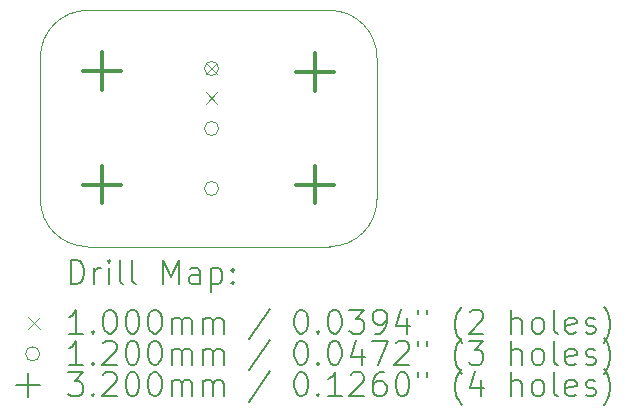
<source format=gbr>
%TF.GenerationSoftware,KiCad,Pcbnew,7.0.7*%
%TF.CreationDate,2024-03-28T13:05:58+05:30*%
%TF.ProjectId,korby,6b6f7262-792e-46b6-9963-61645f706362,rev?*%
%TF.SameCoordinates,Original*%
%TF.FileFunction,Drillmap*%
%TF.FilePolarity,Positive*%
%FSLAX45Y45*%
G04 Gerber Fmt 4.5, Leading zero omitted, Abs format (unit mm)*
G04 Created by KiCad (PCBNEW 7.0.7) date 2024-03-28 13:05:58*
%MOMM*%
%LPD*%
G01*
G04 APERTURE LIST*
%ADD10C,0.100000*%
%ADD11C,0.200000*%
%ADD12C,0.120000*%
%ADD13C,0.320000*%
G04 APERTURE END LIST*
D10*
X13150000Y-6900000D02*
X15200000Y-6900000D01*
X12750000Y-8500000D02*
X12750000Y-7300000D01*
X15600000Y-7300000D02*
X15600000Y-8500000D01*
X15200000Y-8900000D02*
G75*
G03*
X15600000Y-8500000I0J400000D01*
G01*
X15600000Y-7300000D02*
G75*
G03*
X15200000Y-6900000I-400000J0D01*
G01*
X13150000Y-6900000D02*
G75*
G03*
X12750000Y-7300000I0J-400000D01*
G01*
X15200000Y-8900000D02*
X13150000Y-8900000D01*
X12750000Y-8500000D02*
G75*
G03*
X13150000Y-8900000I400000J0D01*
G01*
D11*
D10*
X14149500Y-7342000D02*
X14249500Y-7442000D01*
X14249500Y-7342000D02*
X14149500Y-7442000D01*
X14149500Y-7592000D02*
X14249500Y-7692000D01*
X14249500Y-7592000D02*
X14149500Y-7692000D01*
D12*
X14260000Y-7392000D02*
G75*
G03*
X14260000Y-7392000I-60000J0D01*
G01*
X14260000Y-7900000D02*
G75*
G03*
X14260000Y-7900000I-60000J0D01*
G01*
X14260000Y-8408000D02*
G75*
G03*
X14260000Y-8408000I-60000J0D01*
G01*
D13*
X13275000Y-7256800D02*
X13275000Y-7576800D01*
X13115000Y-7416800D02*
X13435000Y-7416800D01*
X13275000Y-8215000D02*
X13275000Y-8535000D01*
X13115000Y-8375000D02*
X13435000Y-8375000D01*
X15075000Y-7265000D02*
X15075000Y-7585000D01*
X14915000Y-7425000D02*
X15235000Y-7425000D01*
X15075000Y-8215000D02*
X15075000Y-8535000D01*
X14915000Y-8375000D02*
X15235000Y-8375000D01*
D11*
X13005777Y-9216484D02*
X13005777Y-9016484D01*
X13005777Y-9016484D02*
X13053396Y-9016484D01*
X13053396Y-9016484D02*
X13081967Y-9026008D01*
X13081967Y-9026008D02*
X13101015Y-9045055D01*
X13101015Y-9045055D02*
X13110539Y-9064103D01*
X13110539Y-9064103D02*
X13120062Y-9102198D01*
X13120062Y-9102198D02*
X13120062Y-9130770D01*
X13120062Y-9130770D02*
X13110539Y-9168865D01*
X13110539Y-9168865D02*
X13101015Y-9187912D01*
X13101015Y-9187912D02*
X13081967Y-9206960D01*
X13081967Y-9206960D02*
X13053396Y-9216484D01*
X13053396Y-9216484D02*
X13005777Y-9216484D01*
X13205777Y-9216484D02*
X13205777Y-9083150D01*
X13205777Y-9121246D02*
X13215301Y-9102198D01*
X13215301Y-9102198D02*
X13224824Y-9092674D01*
X13224824Y-9092674D02*
X13243872Y-9083150D01*
X13243872Y-9083150D02*
X13262920Y-9083150D01*
X13329586Y-9216484D02*
X13329586Y-9083150D01*
X13329586Y-9016484D02*
X13320062Y-9026008D01*
X13320062Y-9026008D02*
X13329586Y-9035531D01*
X13329586Y-9035531D02*
X13339110Y-9026008D01*
X13339110Y-9026008D02*
X13329586Y-9016484D01*
X13329586Y-9016484D02*
X13329586Y-9035531D01*
X13453396Y-9216484D02*
X13434348Y-9206960D01*
X13434348Y-9206960D02*
X13424824Y-9187912D01*
X13424824Y-9187912D02*
X13424824Y-9016484D01*
X13558158Y-9216484D02*
X13539110Y-9206960D01*
X13539110Y-9206960D02*
X13529586Y-9187912D01*
X13529586Y-9187912D02*
X13529586Y-9016484D01*
X13786729Y-9216484D02*
X13786729Y-9016484D01*
X13786729Y-9016484D02*
X13853396Y-9159341D01*
X13853396Y-9159341D02*
X13920062Y-9016484D01*
X13920062Y-9016484D02*
X13920062Y-9216484D01*
X14101015Y-9216484D02*
X14101015Y-9111722D01*
X14101015Y-9111722D02*
X14091491Y-9092674D01*
X14091491Y-9092674D02*
X14072443Y-9083150D01*
X14072443Y-9083150D02*
X14034348Y-9083150D01*
X14034348Y-9083150D02*
X14015301Y-9092674D01*
X14101015Y-9206960D02*
X14081967Y-9216484D01*
X14081967Y-9216484D02*
X14034348Y-9216484D01*
X14034348Y-9216484D02*
X14015301Y-9206960D01*
X14015301Y-9206960D02*
X14005777Y-9187912D01*
X14005777Y-9187912D02*
X14005777Y-9168865D01*
X14005777Y-9168865D02*
X14015301Y-9149817D01*
X14015301Y-9149817D02*
X14034348Y-9140293D01*
X14034348Y-9140293D02*
X14081967Y-9140293D01*
X14081967Y-9140293D02*
X14101015Y-9130770D01*
X14196253Y-9083150D02*
X14196253Y-9283150D01*
X14196253Y-9092674D02*
X14215301Y-9083150D01*
X14215301Y-9083150D02*
X14253396Y-9083150D01*
X14253396Y-9083150D02*
X14272443Y-9092674D01*
X14272443Y-9092674D02*
X14281967Y-9102198D01*
X14281967Y-9102198D02*
X14291491Y-9121246D01*
X14291491Y-9121246D02*
X14291491Y-9178389D01*
X14291491Y-9178389D02*
X14281967Y-9197436D01*
X14281967Y-9197436D02*
X14272443Y-9206960D01*
X14272443Y-9206960D02*
X14253396Y-9216484D01*
X14253396Y-9216484D02*
X14215301Y-9216484D01*
X14215301Y-9216484D02*
X14196253Y-9206960D01*
X14377205Y-9197436D02*
X14386729Y-9206960D01*
X14386729Y-9206960D02*
X14377205Y-9216484D01*
X14377205Y-9216484D02*
X14367682Y-9206960D01*
X14367682Y-9206960D02*
X14377205Y-9197436D01*
X14377205Y-9197436D02*
X14377205Y-9216484D01*
X14377205Y-9092674D02*
X14386729Y-9102198D01*
X14386729Y-9102198D02*
X14377205Y-9111722D01*
X14377205Y-9111722D02*
X14367682Y-9102198D01*
X14367682Y-9102198D02*
X14377205Y-9092674D01*
X14377205Y-9092674D02*
X14377205Y-9111722D01*
D10*
X12645000Y-9495000D02*
X12745000Y-9595000D01*
X12745000Y-9495000D02*
X12645000Y-9595000D01*
D11*
X13110539Y-9636484D02*
X12996253Y-9636484D01*
X13053396Y-9636484D02*
X13053396Y-9436484D01*
X13053396Y-9436484D02*
X13034348Y-9465055D01*
X13034348Y-9465055D02*
X13015301Y-9484103D01*
X13015301Y-9484103D02*
X12996253Y-9493627D01*
X13196253Y-9617436D02*
X13205777Y-9626960D01*
X13205777Y-9626960D02*
X13196253Y-9636484D01*
X13196253Y-9636484D02*
X13186729Y-9626960D01*
X13186729Y-9626960D02*
X13196253Y-9617436D01*
X13196253Y-9617436D02*
X13196253Y-9636484D01*
X13329586Y-9436484D02*
X13348634Y-9436484D01*
X13348634Y-9436484D02*
X13367682Y-9446008D01*
X13367682Y-9446008D02*
X13377205Y-9455531D01*
X13377205Y-9455531D02*
X13386729Y-9474579D01*
X13386729Y-9474579D02*
X13396253Y-9512674D01*
X13396253Y-9512674D02*
X13396253Y-9560293D01*
X13396253Y-9560293D02*
X13386729Y-9598389D01*
X13386729Y-9598389D02*
X13377205Y-9617436D01*
X13377205Y-9617436D02*
X13367682Y-9626960D01*
X13367682Y-9626960D02*
X13348634Y-9636484D01*
X13348634Y-9636484D02*
X13329586Y-9636484D01*
X13329586Y-9636484D02*
X13310539Y-9626960D01*
X13310539Y-9626960D02*
X13301015Y-9617436D01*
X13301015Y-9617436D02*
X13291491Y-9598389D01*
X13291491Y-9598389D02*
X13281967Y-9560293D01*
X13281967Y-9560293D02*
X13281967Y-9512674D01*
X13281967Y-9512674D02*
X13291491Y-9474579D01*
X13291491Y-9474579D02*
X13301015Y-9455531D01*
X13301015Y-9455531D02*
X13310539Y-9446008D01*
X13310539Y-9446008D02*
X13329586Y-9436484D01*
X13520062Y-9436484D02*
X13539110Y-9436484D01*
X13539110Y-9436484D02*
X13558158Y-9446008D01*
X13558158Y-9446008D02*
X13567682Y-9455531D01*
X13567682Y-9455531D02*
X13577205Y-9474579D01*
X13577205Y-9474579D02*
X13586729Y-9512674D01*
X13586729Y-9512674D02*
X13586729Y-9560293D01*
X13586729Y-9560293D02*
X13577205Y-9598389D01*
X13577205Y-9598389D02*
X13567682Y-9617436D01*
X13567682Y-9617436D02*
X13558158Y-9626960D01*
X13558158Y-9626960D02*
X13539110Y-9636484D01*
X13539110Y-9636484D02*
X13520062Y-9636484D01*
X13520062Y-9636484D02*
X13501015Y-9626960D01*
X13501015Y-9626960D02*
X13491491Y-9617436D01*
X13491491Y-9617436D02*
X13481967Y-9598389D01*
X13481967Y-9598389D02*
X13472443Y-9560293D01*
X13472443Y-9560293D02*
X13472443Y-9512674D01*
X13472443Y-9512674D02*
X13481967Y-9474579D01*
X13481967Y-9474579D02*
X13491491Y-9455531D01*
X13491491Y-9455531D02*
X13501015Y-9446008D01*
X13501015Y-9446008D02*
X13520062Y-9436484D01*
X13710539Y-9436484D02*
X13729586Y-9436484D01*
X13729586Y-9436484D02*
X13748634Y-9446008D01*
X13748634Y-9446008D02*
X13758158Y-9455531D01*
X13758158Y-9455531D02*
X13767682Y-9474579D01*
X13767682Y-9474579D02*
X13777205Y-9512674D01*
X13777205Y-9512674D02*
X13777205Y-9560293D01*
X13777205Y-9560293D02*
X13767682Y-9598389D01*
X13767682Y-9598389D02*
X13758158Y-9617436D01*
X13758158Y-9617436D02*
X13748634Y-9626960D01*
X13748634Y-9626960D02*
X13729586Y-9636484D01*
X13729586Y-9636484D02*
X13710539Y-9636484D01*
X13710539Y-9636484D02*
X13691491Y-9626960D01*
X13691491Y-9626960D02*
X13681967Y-9617436D01*
X13681967Y-9617436D02*
X13672443Y-9598389D01*
X13672443Y-9598389D02*
X13662920Y-9560293D01*
X13662920Y-9560293D02*
X13662920Y-9512674D01*
X13662920Y-9512674D02*
X13672443Y-9474579D01*
X13672443Y-9474579D02*
X13681967Y-9455531D01*
X13681967Y-9455531D02*
X13691491Y-9446008D01*
X13691491Y-9446008D02*
X13710539Y-9436484D01*
X13862920Y-9636484D02*
X13862920Y-9503150D01*
X13862920Y-9522198D02*
X13872443Y-9512674D01*
X13872443Y-9512674D02*
X13891491Y-9503150D01*
X13891491Y-9503150D02*
X13920063Y-9503150D01*
X13920063Y-9503150D02*
X13939110Y-9512674D01*
X13939110Y-9512674D02*
X13948634Y-9531722D01*
X13948634Y-9531722D02*
X13948634Y-9636484D01*
X13948634Y-9531722D02*
X13958158Y-9512674D01*
X13958158Y-9512674D02*
X13977205Y-9503150D01*
X13977205Y-9503150D02*
X14005777Y-9503150D01*
X14005777Y-9503150D02*
X14024824Y-9512674D01*
X14024824Y-9512674D02*
X14034348Y-9531722D01*
X14034348Y-9531722D02*
X14034348Y-9636484D01*
X14129586Y-9636484D02*
X14129586Y-9503150D01*
X14129586Y-9522198D02*
X14139110Y-9512674D01*
X14139110Y-9512674D02*
X14158158Y-9503150D01*
X14158158Y-9503150D02*
X14186729Y-9503150D01*
X14186729Y-9503150D02*
X14205777Y-9512674D01*
X14205777Y-9512674D02*
X14215301Y-9531722D01*
X14215301Y-9531722D02*
X14215301Y-9636484D01*
X14215301Y-9531722D02*
X14224824Y-9512674D01*
X14224824Y-9512674D02*
X14243872Y-9503150D01*
X14243872Y-9503150D02*
X14272443Y-9503150D01*
X14272443Y-9503150D02*
X14291491Y-9512674D01*
X14291491Y-9512674D02*
X14301015Y-9531722D01*
X14301015Y-9531722D02*
X14301015Y-9636484D01*
X14691491Y-9426960D02*
X14520063Y-9684103D01*
X14948634Y-9436484D02*
X14967682Y-9436484D01*
X14967682Y-9436484D02*
X14986729Y-9446008D01*
X14986729Y-9446008D02*
X14996253Y-9455531D01*
X14996253Y-9455531D02*
X15005777Y-9474579D01*
X15005777Y-9474579D02*
X15015301Y-9512674D01*
X15015301Y-9512674D02*
X15015301Y-9560293D01*
X15015301Y-9560293D02*
X15005777Y-9598389D01*
X15005777Y-9598389D02*
X14996253Y-9617436D01*
X14996253Y-9617436D02*
X14986729Y-9626960D01*
X14986729Y-9626960D02*
X14967682Y-9636484D01*
X14967682Y-9636484D02*
X14948634Y-9636484D01*
X14948634Y-9636484D02*
X14929586Y-9626960D01*
X14929586Y-9626960D02*
X14920063Y-9617436D01*
X14920063Y-9617436D02*
X14910539Y-9598389D01*
X14910539Y-9598389D02*
X14901015Y-9560293D01*
X14901015Y-9560293D02*
X14901015Y-9512674D01*
X14901015Y-9512674D02*
X14910539Y-9474579D01*
X14910539Y-9474579D02*
X14920063Y-9455531D01*
X14920063Y-9455531D02*
X14929586Y-9446008D01*
X14929586Y-9446008D02*
X14948634Y-9436484D01*
X15101015Y-9617436D02*
X15110539Y-9626960D01*
X15110539Y-9626960D02*
X15101015Y-9636484D01*
X15101015Y-9636484D02*
X15091491Y-9626960D01*
X15091491Y-9626960D02*
X15101015Y-9617436D01*
X15101015Y-9617436D02*
X15101015Y-9636484D01*
X15234348Y-9436484D02*
X15253396Y-9436484D01*
X15253396Y-9436484D02*
X15272444Y-9446008D01*
X15272444Y-9446008D02*
X15281967Y-9455531D01*
X15281967Y-9455531D02*
X15291491Y-9474579D01*
X15291491Y-9474579D02*
X15301015Y-9512674D01*
X15301015Y-9512674D02*
X15301015Y-9560293D01*
X15301015Y-9560293D02*
X15291491Y-9598389D01*
X15291491Y-9598389D02*
X15281967Y-9617436D01*
X15281967Y-9617436D02*
X15272444Y-9626960D01*
X15272444Y-9626960D02*
X15253396Y-9636484D01*
X15253396Y-9636484D02*
X15234348Y-9636484D01*
X15234348Y-9636484D02*
X15215301Y-9626960D01*
X15215301Y-9626960D02*
X15205777Y-9617436D01*
X15205777Y-9617436D02*
X15196253Y-9598389D01*
X15196253Y-9598389D02*
X15186729Y-9560293D01*
X15186729Y-9560293D02*
X15186729Y-9512674D01*
X15186729Y-9512674D02*
X15196253Y-9474579D01*
X15196253Y-9474579D02*
X15205777Y-9455531D01*
X15205777Y-9455531D02*
X15215301Y-9446008D01*
X15215301Y-9446008D02*
X15234348Y-9436484D01*
X15367682Y-9436484D02*
X15491491Y-9436484D01*
X15491491Y-9436484D02*
X15424825Y-9512674D01*
X15424825Y-9512674D02*
X15453396Y-9512674D01*
X15453396Y-9512674D02*
X15472444Y-9522198D01*
X15472444Y-9522198D02*
X15481967Y-9531722D01*
X15481967Y-9531722D02*
X15491491Y-9550770D01*
X15491491Y-9550770D02*
X15491491Y-9598389D01*
X15491491Y-9598389D02*
X15481967Y-9617436D01*
X15481967Y-9617436D02*
X15472444Y-9626960D01*
X15472444Y-9626960D02*
X15453396Y-9636484D01*
X15453396Y-9636484D02*
X15396253Y-9636484D01*
X15396253Y-9636484D02*
X15377206Y-9626960D01*
X15377206Y-9626960D02*
X15367682Y-9617436D01*
X15586729Y-9636484D02*
X15624825Y-9636484D01*
X15624825Y-9636484D02*
X15643872Y-9626960D01*
X15643872Y-9626960D02*
X15653396Y-9617436D01*
X15653396Y-9617436D02*
X15672444Y-9588865D01*
X15672444Y-9588865D02*
X15681967Y-9550770D01*
X15681967Y-9550770D02*
X15681967Y-9474579D01*
X15681967Y-9474579D02*
X15672444Y-9455531D01*
X15672444Y-9455531D02*
X15662920Y-9446008D01*
X15662920Y-9446008D02*
X15643872Y-9436484D01*
X15643872Y-9436484D02*
X15605777Y-9436484D01*
X15605777Y-9436484D02*
X15586729Y-9446008D01*
X15586729Y-9446008D02*
X15577206Y-9455531D01*
X15577206Y-9455531D02*
X15567682Y-9474579D01*
X15567682Y-9474579D02*
X15567682Y-9522198D01*
X15567682Y-9522198D02*
X15577206Y-9541246D01*
X15577206Y-9541246D02*
X15586729Y-9550770D01*
X15586729Y-9550770D02*
X15605777Y-9560293D01*
X15605777Y-9560293D02*
X15643872Y-9560293D01*
X15643872Y-9560293D02*
X15662920Y-9550770D01*
X15662920Y-9550770D02*
X15672444Y-9541246D01*
X15672444Y-9541246D02*
X15681967Y-9522198D01*
X15853396Y-9503150D02*
X15853396Y-9636484D01*
X15805777Y-9426960D02*
X15758158Y-9569817D01*
X15758158Y-9569817D02*
X15881967Y-9569817D01*
X15948634Y-9436484D02*
X15948634Y-9474579D01*
X16024825Y-9436484D02*
X16024825Y-9474579D01*
X16320063Y-9712674D02*
X16310539Y-9703150D01*
X16310539Y-9703150D02*
X16291491Y-9674579D01*
X16291491Y-9674579D02*
X16281968Y-9655531D01*
X16281968Y-9655531D02*
X16272444Y-9626960D01*
X16272444Y-9626960D02*
X16262920Y-9579341D01*
X16262920Y-9579341D02*
X16262920Y-9541246D01*
X16262920Y-9541246D02*
X16272444Y-9493627D01*
X16272444Y-9493627D02*
X16281968Y-9465055D01*
X16281968Y-9465055D02*
X16291491Y-9446008D01*
X16291491Y-9446008D02*
X16310539Y-9417436D01*
X16310539Y-9417436D02*
X16320063Y-9407912D01*
X16386729Y-9455531D02*
X16396253Y-9446008D01*
X16396253Y-9446008D02*
X16415301Y-9436484D01*
X16415301Y-9436484D02*
X16462920Y-9436484D01*
X16462920Y-9436484D02*
X16481968Y-9446008D01*
X16481968Y-9446008D02*
X16491491Y-9455531D01*
X16491491Y-9455531D02*
X16501015Y-9474579D01*
X16501015Y-9474579D02*
X16501015Y-9493627D01*
X16501015Y-9493627D02*
X16491491Y-9522198D01*
X16491491Y-9522198D02*
X16377206Y-9636484D01*
X16377206Y-9636484D02*
X16501015Y-9636484D01*
X16739110Y-9636484D02*
X16739110Y-9436484D01*
X16824825Y-9636484D02*
X16824825Y-9531722D01*
X16824825Y-9531722D02*
X16815301Y-9512674D01*
X16815301Y-9512674D02*
X16796253Y-9503150D01*
X16796253Y-9503150D02*
X16767682Y-9503150D01*
X16767682Y-9503150D02*
X16748634Y-9512674D01*
X16748634Y-9512674D02*
X16739110Y-9522198D01*
X16948634Y-9636484D02*
X16929587Y-9626960D01*
X16929587Y-9626960D02*
X16920063Y-9617436D01*
X16920063Y-9617436D02*
X16910539Y-9598389D01*
X16910539Y-9598389D02*
X16910539Y-9541246D01*
X16910539Y-9541246D02*
X16920063Y-9522198D01*
X16920063Y-9522198D02*
X16929587Y-9512674D01*
X16929587Y-9512674D02*
X16948634Y-9503150D01*
X16948634Y-9503150D02*
X16977206Y-9503150D01*
X16977206Y-9503150D02*
X16996253Y-9512674D01*
X16996253Y-9512674D02*
X17005777Y-9522198D01*
X17005777Y-9522198D02*
X17015301Y-9541246D01*
X17015301Y-9541246D02*
X17015301Y-9598389D01*
X17015301Y-9598389D02*
X17005777Y-9617436D01*
X17005777Y-9617436D02*
X16996253Y-9626960D01*
X16996253Y-9626960D02*
X16977206Y-9636484D01*
X16977206Y-9636484D02*
X16948634Y-9636484D01*
X17129587Y-9636484D02*
X17110539Y-9626960D01*
X17110539Y-9626960D02*
X17101015Y-9607912D01*
X17101015Y-9607912D02*
X17101015Y-9436484D01*
X17281968Y-9626960D02*
X17262920Y-9636484D01*
X17262920Y-9636484D02*
X17224825Y-9636484D01*
X17224825Y-9636484D02*
X17205777Y-9626960D01*
X17205777Y-9626960D02*
X17196253Y-9607912D01*
X17196253Y-9607912D02*
X17196253Y-9531722D01*
X17196253Y-9531722D02*
X17205777Y-9512674D01*
X17205777Y-9512674D02*
X17224825Y-9503150D01*
X17224825Y-9503150D02*
X17262920Y-9503150D01*
X17262920Y-9503150D02*
X17281968Y-9512674D01*
X17281968Y-9512674D02*
X17291492Y-9531722D01*
X17291492Y-9531722D02*
X17291492Y-9550770D01*
X17291492Y-9550770D02*
X17196253Y-9569817D01*
X17367682Y-9626960D02*
X17386730Y-9636484D01*
X17386730Y-9636484D02*
X17424825Y-9636484D01*
X17424825Y-9636484D02*
X17443873Y-9626960D01*
X17443873Y-9626960D02*
X17453396Y-9607912D01*
X17453396Y-9607912D02*
X17453396Y-9598389D01*
X17453396Y-9598389D02*
X17443873Y-9579341D01*
X17443873Y-9579341D02*
X17424825Y-9569817D01*
X17424825Y-9569817D02*
X17396253Y-9569817D01*
X17396253Y-9569817D02*
X17377206Y-9560293D01*
X17377206Y-9560293D02*
X17367682Y-9541246D01*
X17367682Y-9541246D02*
X17367682Y-9531722D01*
X17367682Y-9531722D02*
X17377206Y-9512674D01*
X17377206Y-9512674D02*
X17396253Y-9503150D01*
X17396253Y-9503150D02*
X17424825Y-9503150D01*
X17424825Y-9503150D02*
X17443873Y-9512674D01*
X17520063Y-9712674D02*
X17529587Y-9703150D01*
X17529587Y-9703150D02*
X17548634Y-9674579D01*
X17548634Y-9674579D02*
X17558158Y-9655531D01*
X17558158Y-9655531D02*
X17567682Y-9626960D01*
X17567682Y-9626960D02*
X17577206Y-9579341D01*
X17577206Y-9579341D02*
X17577206Y-9541246D01*
X17577206Y-9541246D02*
X17567682Y-9493627D01*
X17567682Y-9493627D02*
X17558158Y-9465055D01*
X17558158Y-9465055D02*
X17548634Y-9446008D01*
X17548634Y-9446008D02*
X17529587Y-9417436D01*
X17529587Y-9417436D02*
X17520063Y-9407912D01*
D12*
X12745000Y-9809000D02*
G75*
G03*
X12745000Y-9809000I-60000J0D01*
G01*
D11*
X13110539Y-9900484D02*
X12996253Y-9900484D01*
X13053396Y-9900484D02*
X13053396Y-9700484D01*
X13053396Y-9700484D02*
X13034348Y-9729055D01*
X13034348Y-9729055D02*
X13015301Y-9748103D01*
X13015301Y-9748103D02*
X12996253Y-9757627D01*
X13196253Y-9881436D02*
X13205777Y-9890960D01*
X13205777Y-9890960D02*
X13196253Y-9900484D01*
X13196253Y-9900484D02*
X13186729Y-9890960D01*
X13186729Y-9890960D02*
X13196253Y-9881436D01*
X13196253Y-9881436D02*
X13196253Y-9900484D01*
X13281967Y-9719531D02*
X13291491Y-9710008D01*
X13291491Y-9710008D02*
X13310539Y-9700484D01*
X13310539Y-9700484D02*
X13358158Y-9700484D01*
X13358158Y-9700484D02*
X13377205Y-9710008D01*
X13377205Y-9710008D02*
X13386729Y-9719531D01*
X13386729Y-9719531D02*
X13396253Y-9738579D01*
X13396253Y-9738579D02*
X13396253Y-9757627D01*
X13396253Y-9757627D02*
X13386729Y-9786198D01*
X13386729Y-9786198D02*
X13272443Y-9900484D01*
X13272443Y-9900484D02*
X13396253Y-9900484D01*
X13520062Y-9700484D02*
X13539110Y-9700484D01*
X13539110Y-9700484D02*
X13558158Y-9710008D01*
X13558158Y-9710008D02*
X13567682Y-9719531D01*
X13567682Y-9719531D02*
X13577205Y-9738579D01*
X13577205Y-9738579D02*
X13586729Y-9776674D01*
X13586729Y-9776674D02*
X13586729Y-9824293D01*
X13586729Y-9824293D02*
X13577205Y-9862389D01*
X13577205Y-9862389D02*
X13567682Y-9881436D01*
X13567682Y-9881436D02*
X13558158Y-9890960D01*
X13558158Y-9890960D02*
X13539110Y-9900484D01*
X13539110Y-9900484D02*
X13520062Y-9900484D01*
X13520062Y-9900484D02*
X13501015Y-9890960D01*
X13501015Y-9890960D02*
X13491491Y-9881436D01*
X13491491Y-9881436D02*
X13481967Y-9862389D01*
X13481967Y-9862389D02*
X13472443Y-9824293D01*
X13472443Y-9824293D02*
X13472443Y-9776674D01*
X13472443Y-9776674D02*
X13481967Y-9738579D01*
X13481967Y-9738579D02*
X13491491Y-9719531D01*
X13491491Y-9719531D02*
X13501015Y-9710008D01*
X13501015Y-9710008D02*
X13520062Y-9700484D01*
X13710539Y-9700484D02*
X13729586Y-9700484D01*
X13729586Y-9700484D02*
X13748634Y-9710008D01*
X13748634Y-9710008D02*
X13758158Y-9719531D01*
X13758158Y-9719531D02*
X13767682Y-9738579D01*
X13767682Y-9738579D02*
X13777205Y-9776674D01*
X13777205Y-9776674D02*
X13777205Y-9824293D01*
X13777205Y-9824293D02*
X13767682Y-9862389D01*
X13767682Y-9862389D02*
X13758158Y-9881436D01*
X13758158Y-9881436D02*
X13748634Y-9890960D01*
X13748634Y-9890960D02*
X13729586Y-9900484D01*
X13729586Y-9900484D02*
X13710539Y-9900484D01*
X13710539Y-9900484D02*
X13691491Y-9890960D01*
X13691491Y-9890960D02*
X13681967Y-9881436D01*
X13681967Y-9881436D02*
X13672443Y-9862389D01*
X13672443Y-9862389D02*
X13662920Y-9824293D01*
X13662920Y-9824293D02*
X13662920Y-9776674D01*
X13662920Y-9776674D02*
X13672443Y-9738579D01*
X13672443Y-9738579D02*
X13681967Y-9719531D01*
X13681967Y-9719531D02*
X13691491Y-9710008D01*
X13691491Y-9710008D02*
X13710539Y-9700484D01*
X13862920Y-9900484D02*
X13862920Y-9767150D01*
X13862920Y-9786198D02*
X13872443Y-9776674D01*
X13872443Y-9776674D02*
X13891491Y-9767150D01*
X13891491Y-9767150D02*
X13920063Y-9767150D01*
X13920063Y-9767150D02*
X13939110Y-9776674D01*
X13939110Y-9776674D02*
X13948634Y-9795722D01*
X13948634Y-9795722D02*
X13948634Y-9900484D01*
X13948634Y-9795722D02*
X13958158Y-9776674D01*
X13958158Y-9776674D02*
X13977205Y-9767150D01*
X13977205Y-9767150D02*
X14005777Y-9767150D01*
X14005777Y-9767150D02*
X14024824Y-9776674D01*
X14024824Y-9776674D02*
X14034348Y-9795722D01*
X14034348Y-9795722D02*
X14034348Y-9900484D01*
X14129586Y-9900484D02*
X14129586Y-9767150D01*
X14129586Y-9786198D02*
X14139110Y-9776674D01*
X14139110Y-9776674D02*
X14158158Y-9767150D01*
X14158158Y-9767150D02*
X14186729Y-9767150D01*
X14186729Y-9767150D02*
X14205777Y-9776674D01*
X14205777Y-9776674D02*
X14215301Y-9795722D01*
X14215301Y-9795722D02*
X14215301Y-9900484D01*
X14215301Y-9795722D02*
X14224824Y-9776674D01*
X14224824Y-9776674D02*
X14243872Y-9767150D01*
X14243872Y-9767150D02*
X14272443Y-9767150D01*
X14272443Y-9767150D02*
X14291491Y-9776674D01*
X14291491Y-9776674D02*
X14301015Y-9795722D01*
X14301015Y-9795722D02*
X14301015Y-9900484D01*
X14691491Y-9690960D02*
X14520063Y-9948103D01*
X14948634Y-9700484D02*
X14967682Y-9700484D01*
X14967682Y-9700484D02*
X14986729Y-9710008D01*
X14986729Y-9710008D02*
X14996253Y-9719531D01*
X14996253Y-9719531D02*
X15005777Y-9738579D01*
X15005777Y-9738579D02*
X15015301Y-9776674D01*
X15015301Y-9776674D02*
X15015301Y-9824293D01*
X15015301Y-9824293D02*
X15005777Y-9862389D01*
X15005777Y-9862389D02*
X14996253Y-9881436D01*
X14996253Y-9881436D02*
X14986729Y-9890960D01*
X14986729Y-9890960D02*
X14967682Y-9900484D01*
X14967682Y-9900484D02*
X14948634Y-9900484D01*
X14948634Y-9900484D02*
X14929586Y-9890960D01*
X14929586Y-9890960D02*
X14920063Y-9881436D01*
X14920063Y-9881436D02*
X14910539Y-9862389D01*
X14910539Y-9862389D02*
X14901015Y-9824293D01*
X14901015Y-9824293D02*
X14901015Y-9776674D01*
X14901015Y-9776674D02*
X14910539Y-9738579D01*
X14910539Y-9738579D02*
X14920063Y-9719531D01*
X14920063Y-9719531D02*
X14929586Y-9710008D01*
X14929586Y-9710008D02*
X14948634Y-9700484D01*
X15101015Y-9881436D02*
X15110539Y-9890960D01*
X15110539Y-9890960D02*
X15101015Y-9900484D01*
X15101015Y-9900484D02*
X15091491Y-9890960D01*
X15091491Y-9890960D02*
X15101015Y-9881436D01*
X15101015Y-9881436D02*
X15101015Y-9900484D01*
X15234348Y-9700484D02*
X15253396Y-9700484D01*
X15253396Y-9700484D02*
X15272444Y-9710008D01*
X15272444Y-9710008D02*
X15281967Y-9719531D01*
X15281967Y-9719531D02*
X15291491Y-9738579D01*
X15291491Y-9738579D02*
X15301015Y-9776674D01*
X15301015Y-9776674D02*
X15301015Y-9824293D01*
X15301015Y-9824293D02*
X15291491Y-9862389D01*
X15291491Y-9862389D02*
X15281967Y-9881436D01*
X15281967Y-9881436D02*
X15272444Y-9890960D01*
X15272444Y-9890960D02*
X15253396Y-9900484D01*
X15253396Y-9900484D02*
X15234348Y-9900484D01*
X15234348Y-9900484D02*
X15215301Y-9890960D01*
X15215301Y-9890960D02*
X15205777Y-9881436D01*
X15205777Y-9881436D02*
X15196253Y-9862389D01*
X15196253Y-9862389D02*
X15186729Y-9824293D01*
X15186729Y-9824293D02*
X15186729Y-9776674D01*
X15186729Y-9776674D02*
X15196253Y-9738579D01*
X15196253Y-9738579D02*
X15205777Y-9719531D01*
X15205777Y-9719531D02*
X15215301Y-9710008D01*
X15215301Y-9710008D02*
X15234348Y-9700484D01*
X15472444Y-9767150D02*
X15472444Y-9900484D01*
X15424825Y-9690960D02*
X15377206Y-9833817D01*
X15377206Y-9833817D02*
X15501015Y-9833817D01*
X15558158Y-9700484D02*
X15691491Y-9700484D01*
X15691491Y-9700484D02*
X15605777Y-9900484D01*
X15758158Y-9719531D02*
X15767682Y-9710008D01*
X15767682Y-9710008D02*
X15786729Y-9700484D01*
X15786729Y-9700484D02*
X15834348Y-9700484D01*
X15834348Y-9700484D02*
X15853396Y-9710008D01*
X15853396Y-9710008D02*
X15862920Y-9719531D01*
X15862920Y-9719531D02*
X15872444Y-9738579D01*
X15872444Y-9738579D02*
X15872444Y-9757627D01*
X15872444Y-9757627D02*
X15862920Y-9786198D01*
X15862920Y-9786198D02*
X15748634Y-9900484D01*
X15748634Y-9900484D02*
X15872444Y-9900484D01*
X15948634Y-9700484D02*
X15948634Y-9738579D01*
X16024825Y-9700484D02*
X16024825Y-9738579D01*
X16320063Y-9976674D02*
X16310539Y-9967150D01*
X16310539Y-9967150D02*
X16291491Y-9938579D01*
X16291491Y-9938579D02*
X16281968Y-9919531D01*
X16281968Y-9919531D02*
X16272444Y-9890960D01*
X16272444Y-9890960D02*
X16262920Y-9843341D01*
X16262920Y-9843341D02*
X16262920Y-9805246D01*
X16262920Y-9805246D02*
X16272444Y-9757627D01*
X16272444Y-9757627D02*
X16281968Y-9729055D01*
X16281968Y-9729055D02*
X16291491Y-9710008D01*
X16291491Y-9710008D02*
X16310539Y-9681436D01*
X16310539Y-9681436D02*
X16320063Y-9671912D01*
X16377206Y-9700484D02*
X16501015Y-9700484D01*
X16501015Y-9700484D02*
X16434348Y-9776674D01*
X16434348Y-9776674D02*
X16462920Y-9776674D01*
X16462920Y-9776674D02*
X16481968Y-9786198D01*
X16481968Y-9786198D02*
X16491491Y-9795722D01*
X16491491Y-9795722D02*
X16501015Y-9814770D01*
X16501015Y-9814770D02*
X16501015Y-9862389D01*
X16501015Y-9862389D02*
X16491491Y-9881436D01*
X16491491Y-9881436D02*
X16481968Y-9890960D01*
X16481968Y-9890960D02*
X16462920Y-9900484D01*
X16462920Y-9900484D02*
X16405777Y-9900484D01*
X16405777Y-9900484D02*
X16386729Y-9890960D01*
X16386729Y-9890960D02*
X16377206Y-9881436D01*
X16739110Y-9900484D02*
X16739110Y-9700484D01*
X16824825Y-9900484D02*
X16824825Y-9795722D01*
X16824825Y-9795722D02*
X16815301Y-9776674D01*
X16815301Y-9776674D02*
X16796253Y-9767150D01*
X16796253Y-9767150D02*
X16767682Y-9767150D01*
X16767682Y-9767150D02*
X16748634Y-9776674D01*
X16748634Y-9776674D02*
X16739110Y-9786198D01*
X16948634Y-9900484D02*
X16929587Y-9890960D01*
X16929587Y-9890960D02*
X16920063Y-9881436D01*
X16920063Y-9881436D02*
X16910539Y-9862389D01*
X16910539Y-9862389D02*
X16910539Y-9805246D01*
X16910539Y-9805246D02*
X16920063Y-9786198D01*
X16920063Y-9786198D02*
X16929587Y-9776674D01*
X16929587Y-9776674D02*
X16948634Y-9767150D01*
X16948634Y-9767150D02*
X16977206Y-9767150D01*
X16977206Y-9767150D02*
X16996253Y-9776674D01*
X16996253Y-9776674D02*
X17005777Y-9786198D01*
X17005777Y-9786198D02*
X17015301Y-9805246D01*
X17015301Y-9805246D02*
X17015301Y-9862389D01*
X17015301Y-9862389D02*
X17005777Y-9881436D01*
X17005777Y-9881436D02*
X16996253Y-9890960D01*
X16996253Y-9890960D02*
X16977206Y-9900484D01*
X16977206Y-9900484D02*
X16948634Y-9900484D01*
X17129587Y-9900484D02*
X17110539Y-9890960D01*
X17110539Y-9890960D02*
X17101015Y-9871912D01*
X17101015Y-9871912D02*
X17101015Y-9700484D01*
X17281968Y-9890960D02*
X17262920Y-9900484D01*
X17262920Y-9900484D02*
X17224825Y-9900484D01*
X17224825Y-9900484D02*
X17205777Y-9890960D01*
X17205777Y-9890960D02*
X17196253Y-9871912D01*
X17196253Y-9871912D02*
X17196253Y-9795722D01*
X17196253Y-9795722D02*
X17205777Y-9776674D01*
X17205777Y-9776674D02*
X17224825Y-9767150D01*
X17224825Y-9767150D02*
X17262920Y-9767150D01*
X17262920Y-9767150D02*
X17281968Y-9776674D01*
X17281968Y-9776674D02*
X17291492Y-9795722D01*
X17291492Y-9795722D02*
X17291492Y-9814770D01*
X17291492Y-9814770D02*
X17196253Y-9833817D01*
X17367682Y-9890960D02*
X17386730Y-9900484D01*
X17386730Y-9900484D02*
X17424825Y-9900484D01*
X17424825Y-9900484D02*
X17443873Y-9890960D01*
X17443873Y-9890960D02*
X17453396Y-9871912D01*
X17453396Y-9871912D02*
X17453396Y-9862389D01*
X17453396Y-9862389D02*
X17443873Y-9843341D01*
X17443873Y-9843341D02*
X17424825Y-9833817D01*
X17424825Y-9833817D02*
X17396253Y-9833817D01*
X17396253Y-9833817D02*
X17377206Y-9824293D01*
X17377206Y-9824293D02*
X17367682Y-9805246D01*
X17367682Y-9805246D02*
X17367682Y-9795722D01*
X17367682Y-9795722D02*
X17377206Y-9776674D01*
X17377206Y-9776674D02*
X17396253Y-9767150D01*
X17396253Y-9767150D02*
X17424825Y-9767150D01*
X17424825Y-9767150D02*
X17443873Y-9776674D01*
X17520063Y-9976674D02*
X17529587Y-9967150D01*
X17529587Y-9967150D02*
X17548634Y-9938579D01*
X17548634Y-9938579D02*
X17558158Y-9919531D01*
X17558158Y-9919531D02*
X17567682Y-9890960D01*
X17567682Y-9890960D02*
X17577206Y-9843341D01*
X17577206Y-9843341D02*
X17577206Y-9805246D01*
X17577206Y-9805246D02*
X17567682Y-9757627D01*
X17567682Y-9757627D02*
X17558158Y-9729055D01*
X17558158Y-9729055D02*
X17548634Y-9710008D01*
X17548634Y-9710008D02*
X17529587Y-9681436D01*
X17529587Y-9681436D02*
X17520063Y-9671912D01*
X12645000Y-9973000D02*
X12645000Y-10173000D01*
X12545000Y-10073000D02*
X12745000Y-10073000D01*
X12986729Y-9964484D02*
X13110539Y-9964484D01*
X13110539Y-9964484D02*
X13043872Y-10040674D01*
X13043872Y-10040674D02*
X13072443Y-10040674D01*
X13072443Y-10040674D02*
X13091491Y-10050198D01*
X13091491Y-10050198D02*
X13101015Y-10059722D01*
X13101015Y-10059722D02*
X13110539Y-10078770D01*
X13110539Y-10078770D02*
X13110539Y-10126389D01*
X13110539Y-10126389D02*
X13101015Y-10145436D01*
X13101015Y-10145436D02*
X13091491Y-10154960D01*
X13091491Y-10154960D02*
X13072443Y-10164484D01*
X13072443Y-10164484D02*
X13015301Y-10164484D01*
X13015301Y-10164484D02*
X12996253Y-10154960D01*
X12996253Y-10154960D02*
X12986729Y-10145436D01*
X13196253Y-10145436D02*
X13205777Y-10154960D01*
X13205777Y-10154960D02*
X13196253Y-10164484D01*
X13196253Y-10164484D02*
X13186729Y-10154960D01*
X13186729Y-10154960D02*
X13196253Y-10145436D01*
X13196253Y-10145436D02*
X13196253Y-10164484D01*
X13281967Y-9983531D02*
X13291491Y-9974008D01*
X13291491Y-9974008D02*
X13310539Y-9964484D01*
X13310539Y-9964484D02*
X13358158Y-9964484D01*
X13358158Y-9964484D02*
X13377205Y-9974008D01*
X13377205Y-9974008D02*
X13386729Y-9983531D01*
X13386729Y-9983531D02*
X13396253Y-10002579D01*
X13396253Y-10002579D02*
X13396253Y-10021627D01*
X13396253Y-10021627D02*
X13386729Y-10050198D01*
X13386729Y-10050198D02*
X13272443Y-10164484D01*
X13272443Y-10164484D02*
X13396253Y-10164484D01*
X13520062Y-9964484D02*
X13539110Y-9964484D01*
X13539110Y-9964484D02*
X13558158Y-9974008D01*
X13558158Y-9974008D02*
X13567682Y-9983531D01*
X13567682Y-9983531D02*
X13577205Y-10002579D01*
X13577205Y-10002579D02*
X13586729Y-10040674D01*
X13586729Y-10040674D02*
X13586729Y-10088293D01*
X13586729Y-10088293D02*
X13577205Y-10126389D01*
X13577205Y-10126389D02*
X13567682Y-10145436D01*
X13567682Y-10145436D02*
X13558158Y-10154960D01*
X13558158Y-10154960D02*
X13539110Y-10164484D01*
X13539110Y-10164484D02*
X13520062Y-10164484D01*
X13520062Y-10164484D02*
X13501015Y-10154960D01*
X13501015Y-10154960D02*
X13491491Y-10145436D01*
X13491491Y-10145436D02*
X13481967Y-10126389D01*
X13481967Y-10126389D02*
X13472443Y-10088293D01*
X13472443Y-10088293D02*
X13472443Y-10040674D01*
X13472443Y-10040674D02*
X13481967Y-10002579D01*
X13481967Y-10002579D02*
X13491491Y-9983531D01*
X13491491Y-9983531D02*
X13501015Y-9974008D01*
X13501015Y-9974008D02*
X13520062Y-9964484D01*
X13710539Y-9964484D02*
X13729586Y-9964484D01*
X13729586Y-9964484D02*
X13748634Y-9974008D01*
X13748634Y-9974008D02*
X13758158Y-9983531D01*
X13758158Y-9983531D02*
X13767682Y-10002579D01*
X13767682Y-10002579D02*
X13777205Y-10040674D01*
X13777205Y-10040674D02*
X13777205Y-10088293D01*
X13777205Y-10088293D02*
X13767682Y-10126389D01*
X13767682Y-10126389D02*
X13758158Y-10145436D01*
X13758158Y-10145436D02*
X13748634Y-10154960D01*
X13748634Y-10154960D02*
X13729586Y-10164484D01*
X13729586Y-10164484D02*
X13710539Y-10164484D01*
X13710539Y-10164484D02*
X13691491Y-10154960D01*
X13691491Y-10154960D02*
X13681967Y-10145436D01*
X13681967Y-10145436D02*
X13672443Y-10126389D01*
X13672443Y-10126389D02*
X13662920Y-10088293D01*
X13662920Y-10088293D02*
X13662920Y-10040674D01*
X13662920Y-10040674D02*
X13672443Y-10002579D01*
X13672443Y-10002579D02*
X13681967Y-9983531D01*
X13681967Y-9983531D02*
X13691491Y-9974008D01*
X13691491Y-9974008D02*
X13710539Y-9964484D01*
X13862920Y-10164484D02*
X13862920Y-10031150D01*
X13862920Y-10050198D02*
X13872443Y-10040674D01*
X13872443Y-10040674D02*
X13891491Y-10031150D01*
X13891491Y-10031150D02*
X13920063Y-10031150D01*
X13920063Y-10031150D02*
X13939110Y-10040674D01*
X13939110Y-10040674D02*
X13948634Y-10059722D01*
X13948634Y-10059722D02*
X13948634Y-10164484D01*
X13948634Y-10059722D02*
X13958158Y-10040674D01*
X13958158Y-10040674D02*
X13977205Y-10031150D01*
X13977205Y-10031150D02*
X14005777Y-10031150D01*
X14005777Y-10031150D02*
X14024824Y-10040674D01*
X14024824Y-10040674D02*
X14034348Y-10059722D01*
X14034348Y-10059722D02*
X14034348Y-10164484D01*
X14129586Y-10164484D02*
X14129586Y-10031150D01*
X14129586Y-10050198D02*
X14139110Y-10040674D01*
X14139110Y-10040674D02*
X14158158Y-10031150D01*
X14158158Y-10031150D02*
X14186729Y-10031150D01*
X14186729Y-10031150D02*
X14205777Y-10040674D01*
X14205777Y-10040674D02*
X14215301Y-10059722D01*
X14215301Y-10059722D02*
X14215301Y-10164484D01*
X14215301Y-10059722D02*
X14224824Y-10040674D01*
X14224824Y-10040674D02*
X14243872Y-10031150D01*
X14243872Y-10031150D02*
X14272443Y-10031150D01*
X14272443Y-10031150D02*
X14291491Y-10040674D01*
X14291491Y-10040674D02*
X14301015Y-10059722D01*
X14301015Y-10059722D02*
X14301015Y-10164484D01*
X14691491Y-9954960D02*
X14520063Y-10212103D01*
X14948634Y-9964484D02*
X14967682Y-9964484D01*
X14967682Y-9964484D02*
X14986729Y-9974008D01*
X14986729Y-9974008D02*
X14996253Y-9983531D01*
X14996253Y-9983531D02*
X15005777Y-10002579D01*
X15005777Y-10002579D02*
X15015301Y-10040674D01*
X15015301Y-10040674D02*
X15015301Y-10088293D01*
X15015301Y-10088293D02*
X15005777Y-10126389D01*
X15005777Y-10126389D02*
X14996253Y-10145436D01*
X14996253Y-10145436D02*
X14986729Y-10154960D01*
X14986729Y-10154960D02*
X14967682Y-10164484D01*
X14967682Y-10164484D02*
X14948634Y-10164484D01*
X14948634Y-10164484D02*
X14929586Y-10154960D01*
X14929586Y-10154960D02*
X14920063Y-10145436D01*
X14920063Y-10145436D02*
X14910539Y-10126389D01*
X14910539Y-10126389D02*
X14901015Y-10088293D01*
X14901015Y-10088293D02*
X14901015Y-10040674D01*
X14901015Y-10040674D02*
X14910539Y-10002579D01*
X14910539Y-10002579D02*
X14920063Y-9983531D01*
X14920063Y-9983531D02*
X14929586Y-9974008D01*
X14929586Y-9974008D02*
X14948634Y-9964484D01*
X15101015Y-10145436D02*
X15110539Y-10154960D01*
X15110539Y-10154960D02*
X15101015Y-10164484D01*
X15101015Y-10164484D02*
X15091491Y-10154960D01*
X15091491Y-10154960D02*
X15101015Y-10145436D01*
X15101015Y-10145436D02*
X15101015Y-10164484D01*
X15301015Y-10164484D02*
X15186729Y-10164484D01*
X15243872Y-10164484D02*
X15243872Y-9964484D01*
X15243872Y-9964484D02*
X15224825Y-9993055D01*
X15224825Y-9993055D02*
X15205777Y-10012103D01*
X15205777Y-10012103D02*
X15186729Y-10021627D01*
X15377206Y-9983531D02*
X15386729Y-9974008D01*
X15386729Y-9974008D02*
X15405777Y-9964484D01*
X15405777Y-9964484D02*
X15453396Y-9964484D01*
X15453396Y-9964484D02*
X15472444Y-9974008D01*
X15472444Y-9974008D02*
X15481967Y-9983531D01*
X15481967Y-9983531D02*
X15491491Y-10002579D01*
X15491491Y-10002579D02*
X15491491Y-10021627D01*
X15491491Y-10021627D02*
X15481967Y-10050198D01*
X15481967Y-10050198D02*
X15367682Y-10164484D01*
X15367682Y-10164484D02*
X15491491Y-10164484D01*
X15662920Y-9964484D02*
X15624825Y-9964484D01*
X15624825Y-9964484D02*
X15605777Y-9974008D01*
X15605777Y-9974008D02*
X15596253Y-9983531D01*
X15596253Y-9983531D02*
X15577206Y-10012103D01*
X15577206Y-10012103D02*
X15567682Y-10050198D01*
X15567682Y-10050198D02*
X15567682Y-10126389D01*
X15567682Y-10126389D02*
X15577206Y-10145436D01*
X15577206Y-10145436D02*
X15586729Y-10154960D01*
X15586729Y-10154960D02*
X15605777Y-10164484D01*
X15605777Y-10164484D02*
X15643872Y-10164484D01*
X15643872Y-10164484D02*
X15662920Y-10154960D01*
X15662920Y-10154960D02*
X15672444Y-10145436D01*
X15672444Y-10145436D02*
X15681967Y-10126389D01*
X15681967Y-10126389D02*
X15681967Y-10078770D01*
X15681967Y-10078770D02*
X15672444Y-10059722D01*
X15672444Y-10059722D02*
X15662920Y-10050198D01*
X15662920Y-10050198D02*
X15643872Y-10040674D01*
X15643872Y-10040674D02*
X15605777Y-10040674D01*
X15605777Y-10040674D02*
X15586729Y-10050198D01*
X15586729Y-10050198D02*
X15577206Y-10059722D01*
X15577206Y-10059722D02*
X15567682Y-10078770D01*
X15805777Y-9964484D02*
X15824825Y-9964484D01*
X15824825Y-9964484D02*
X15843872Y-9974008D01*
X15843872Y-9974008D02*
X15853396Y-9983531D01*
X15853396Y-9983531D02*
X15862920Y-10002579D01*
X15862920Y-10002579D02*
X15872444Y-10040674D01*
X15872444Y-10040674D02*
X15872444Y-10088293D01*
X15872444Y-10088293D02*
X15862920Y-10126389D01*
X15862920Y-10126389D02*
X15853396Y-10145436D01*
X15853396Y-10145436D02*
X15843872Y-10154960D01*
X15843872Y-10154960D02*
X15824825Y-10164484D01*
X15824825Y-10164484D02*
X15805777Y-10164484D01*
X15805777Y-10164484D02*
X15786729Y-10154960D01*
X15786729Y-10154960D02*
X15777206Y-10145436D01*
X15777206Y-10145436D02*
X15767682Y-10126389D01*
X15767682Y-10126389D02*
X15758158Y-10088293D01*
X15758158Y-10088293D02*
X15758158Y-10040674D01*
X15758158Y-10040674D02*
X15767682Y-10002579D01*
X15767682Y-10002579D02*
X15777206Y-9983531D01*
X15777206Y-9983531D02*
X15786729Y-9974008D01*
X15786729Y-9974008D02*
X15805777Y-9964484D01*
X15948634Y-9964484D02*
X15948634Y-10002579D01*
X16024825Y-9964484D02*
X16024825Y-10002579D01*
X16320063Y-10240674D02*
X16310539Y-10231150D01*
X16310539Y-10231150D02*
X16291491Y-10202579D01*
X16291491Y-10202579D02*
X16281968Y-10183531D01*
X16281968Y-10183531D02*
X16272444Y-10154960D01*
X16272444Y-10154960D02*
X16262920Y-10107341D01*
X16262920Y-10107341D02*
X16262920Y-10069246D01*
X16262920Y-10069246D02*
X16272444Y-10021627D01*
X16272444Y-10021627D02*
X16281968Y-9993055D01*
X16281968Y-9993055D02*
X16291491Y-9974008D01*
X16291491Y-9974008D02*
X16310539Y-9945436D01*
X16310539Y-9945436D02*
X16320063Y-9935912D01*
X16481968Y-10031150D02*
X16481968Y-10164484D01*
X16434348Y-9954960D02*
X16386729Y-10097817D01*
X16386729Y-10097817D02*
X16510539Y-10097817D01*
X16739110Y-10164484D02*
X16739110Y-9964484D01*
X16824825Y-10164484D02*
X16824825Y-10059722D01*
X16824825Y-10059722D02*
X16815301Y-10040674D01*
X16815301Y-10040674D02*
X16796253Y-10031150D01*
X16796253Y-10031150D02*
X16767682Y-10031150D01*
X16767682Y-10031150D02*
X16748634Y-10040674D01*
X16748634Y-10040674D02*
X16739110Y-10050198D01*
X16948634Y-10164484D02*
X16929587Y-10154960D01*
X16929587Y-10154960D02*
X16920063Y-10145436D01*
X16920063Y-10145436D02*
X16910539Y-10126389D01*
X16910539Y-10126389D02*
X16910539Y-10069246D01*
X16910539Y-10069246D02*
X16920063Y-10050198D01*
X16920063Y-10050198D02*
X16929587Y-10040674D01*
X16929587Y-10040674D02*
X16948634Y-10031150D01*
X16948634Y-10031150D02*
X16977206Y-10031150D01*
X16977206Y-10031150D02*
X16996253Y-10040674D01*
X16996253Y-10040674D02*
X17005777Y-10050198D01*
X17005777Y-10050198D02*
X17015301Y-10069246D01*
X17015301Y-10069246D02*
X17015301Y-10126389D01*
X17015301Y-10126389D02*
X17005777Y-10145436D01*
X17005777Y-10145436D02*
X16996253Y-10154960D01*
X16996253Y-10154960D02*
X16977206Y-10164484D01*
X16977206Y-10164484D02*
X16948634Y-10164484D01*
X17129587Y-10164484D02*
X17110539Y-10154960D01*
X17110539Y-10154960D02*
X17101015Y-10135912D01*
X17101015Y-10135912D02*
X17101015Y-9964484D01*
X17281968Y-10154960D02*
X17262920Y-10164484D01*
X17262920Y-10164484D02*
X17224825Y-10164484D01*
X17224825Y-10164484D02*
X17205777Y-10154960D01*
X17205777Y-10154960D02*
X17196253Y-10135912D01*
X17196253Y-10135912D02*
X17196253Y-10059722D01*
X17196253Y-10059722D02*
X17205777Y-10040674D01*
X17205777Y-10040674D02*
X17224825Y-10031150D01*
X17224825Y-10031150D02*
X17262920Y-10031150D01*
X17262920Y-10031150D02*
X17281968Y-10040674D01*
X17281968Y-10040674D02*
X17291492Y-10059722D01*
X17291492Y-10059722D02*
X17291492Y-10078770D01*
X17291492Y-10078770D02*
X17196253Y-10097817D01*
X17367682Y-10154960D02*
X17386730Y-10164484D01*
X17386730Y-10164484D02*
X17424825Y-10164484D01*
X17424825Y-10164484D02*
X17443873Y-10154960D01*
X17443873Y-10154960D02*
X17453396Y-10135912D01*
X17453396Y-10135912D02*
X17453396Y-10126389D01*
X17453396Y-10126389D02*
X17443873Y-10107341D01*
X17443873Y-10107341D02*
X17424825Y-10097817D01*
X17424825Y-10097817D02*
X17396253Y-10097817D01*
X17396253Y-10097817D02*
X17377206Y-10088293D01*
X17377206Y-10088293D02*
X17367682Y-10069246D01*
X17367682Y-10069246D02*
X17367682Y-10059722D01*
X17367682Y-10059722D02*
X17377206Y-10040674D01*
X17377206Y-10040674D02*
X17396253Y-10031150D01*
X17396253Y-10031150D02*
X17424825Y-10031150D01*
X17424825Y-10031150D02*
X17443873Y-10040674D01*
X17520063Y-10240674D02*
X17529587Y-10231150D01*
X17529587Y-10231150D02*
X17548634Y-10202579D01*
X17548634Y-10202579D02*
X17558158Y-10183531D01*
X17558158Y-10183531D02*
X17567682Y-10154960D01*
X17567682Y-10154960D02*
X17577206Y-10107341D01*
X17577206Y-10107341D02*
X17577206Y-10069246D01*
X17577206Y-10069246D02*
X17567682Y-10021627D01*
X17567682Y-10021627D02*
X17558158Y-9993055D01*
X17558158Y-9993055D02*
X17548634Y-9974008D01*
X17548634Y-9974008D02*
X17529587Y-9945436D01*
X17529587Y-9945436D02*
X17520063Y-9935912D01*
M02*

</source>
